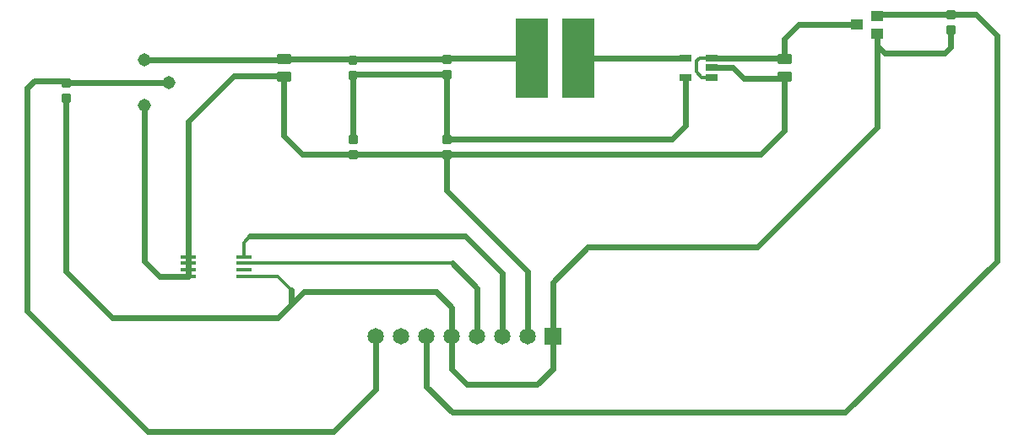
<source format=gbr>
G04 EAGLE Gerber RS-274X export*
G75*
%MOMM*%
%FSLAX34Y34*%
%LPD*%
%INBottom Copper*%
%IPPOS*%
%AMOC8*
5,1,8,0,0,1.08239X$1,22.5*%
G01*
%ADD10C,0.254000*%
%ADD11C,0.222250*%
%ADD12R,1.651000X1.651000*%
%ADD13C,1.651000*%
%ADD14R,3.300000X8.000000*%
%ADD15R,1.143000X1.016000*%
%ADD16R,1.500000X0.300000*%
%ADD17R,1.200000X0.690000*%
%ADD18C,1.308000*%
%ADD19C,0.609600*%
%ADD20C,0.304800*%


D10*
X740385Y490380D02*
X740385Y498000D01*
X751815Y498000D01*
X751815Y490380D01*
X740385Y490380D01*
X740385Y492793D02*
X751815Y492793D01*
X751815Y495206D02*
X740385Y495206D01*
X740385Y497619D02*
X751815Y497619D01*
X740385Y480220D02*
X740385Y472600D01*
X740385Y480220D02*
X751815Y480220D01*
X751815Y472600D01*
X740385Y472600D01*
X740385Y475013D02*
X751815Y475013D01*
X751815Y477426D02*
X740385Y477426D01*
X740385Y479839D02*
X751815Y479839D01*
D11*
X316334Y481314D02*
X316334Y474646D01*
X309666Y474646D01*
X309666Y481314D01*
X316334Y481314D01*
X316334Y476758D02*
X309666Y476758D01*
X309666Y478870D02*
X316334Y478870D01*
X316334Y480982D02*
X309666Y480982D01*
X316334Y489886D02*
X316334Y496554D01*
X316334Y489886D02*
X309666Y489886D01*
X309666Y496554D01*
X316334Y496554D01*
X316334Y491998D02*
X309666Y491998D01*
X309666Y494110D02*
X316334Y494110D01*
X316334Y496222D02*
X309666Y496222D01*
X316534Y402014D02*
X316534Y395346D01*
X309866Y395346D01*
X309866Y402014D01*
X316534Y402014D01*
X316534Y397458D02*
X309866Y397458D01*
X309866Y399570D02*
X316534Y399570D01*
X316534Y401682D02*
X309866Y401682D01*
X316534Y410586D02*
X316534Y417254D01*
X316534Y410586D02*
X309866Y410586D01*
X309866Y417254D01*
X316534Y417254D01*
X316534Y412698D02*
X309866Y412698D01*
X309866Y414810D02*
X316534Y414810D01*
X316534Y416922D02*
X309866Y416922D01*
D10*
X249715Y473000D02*
X249715Y480620D01*
X249715Y473000D02*
X238285Y473000D01*
X238285Y480620D01*
X249715Y480620D01*
X249715Y475413D02*
X238285Y475413D01*
X238285Y477826D02*
X249715Y477826D01*
X249715Y480239D02*
X238285Y480239D01*
X249715Y490780D02*
X249715Y498400D01*
X249715Y490780D02*
X238285Y490780D01*
X238285Y498400D01*
X249715Y498400D01*
X249715Y493193D02*
X238285Y493193D01*
X238285Y495606D02*
X249715Y495606D01*
X249715Y498019D02*
X238285Y498019D01*
D12*
X513900Y215100D03*
D13*
X488500Y215100D03*
X463100Y215100D03*
X437700Y215100D03*
X412300Y215100D03*
X386900Y215100D03*
X361500Y215100D03*
X336100Y215100D03*
D14*
X539600Y494700D03*
X492600Y494700D03*
D15*
X819040Y528400D03*
X839360Y519510D03*
X839360Y537290D03*
D11*
X909366Y535386D02*
X909366Y542054D01*
X916034Y542054D01*
X916034Y535386D01*
X909366Y535386D01*
X909366Y537498D02*
X916034Y537498D01*
X916034Y539610D02*
X909366Y539610D01*
X909366Y541722D02*
X916034Y541722D01*
X909366Y526814D02*
X909366Y520146D01*
X909366Y526814D02*
X916034Y526814D01*
X916034Y520146D01*
X909366Y520146D01*
X909366Y522258D02*
X916034Y522258D01*
X916034Y524370D02*
X909366Y524370D01*
X909366Y526482D02*
X916034Y526482D01*
X403766Y497054D02*
X403766Y490386D01*
X403766Y497054D02*
X410434Y497054D01*
X410434Y490386D01*
X403766Y490386D01*
X403766Y492498D02*
X410434Y492498D01*
X410434Y494610D02*
X403766Y494610D01*
X403766Y496722D02*
X410434Y496722D01*
X403766Y481814D02*
X403766Y475146D01*
X403766Y481814D02*
X410434Y481814D01*
X410434Y475146D01*
X403766Y475146D01*
X403766Y477258D02*
X410434Y477258D01*
X410434Y479370D02*
X403766Y479370D01*
X403766Y481482D02*
X410434Y481482D01*
X403866Y417054D02*
X403866Y410386D01*
X403866Y417054D02*
X410534Y417054D01*
X410534Y410386D01*
X403866Y410386D01*
X403866Y412498D02*
X410534Y412498D01*
X410534Y414610D02*
X403866Y414610D01*
X403866Y416722D02*
X410534Y416722D01*
X403866Y401814D02*
X403866Y395146D01*
X403866Y401814D02*
X410534Y401814D01*
X410534Y395146D01*
X403866Y395146D01*
X403866Y397258D02*
X410534Y397258D01*
X410534Y399370D02*
X403866Y399370D01*
X403866Y401482D02*
X410534Y401482D01*
X21966Y467386D02*
X21966Y474054D01*
X28634Y474054D01*
X28634Y467386D01*
X21966Y467386D01*
X21966Y469498D02*
X28634Y469498D01*
X28634Y471610D02*
X21966Y471610D01*
X21966Y473722D02*
X28634Y473722D01*
X21966Y458814D02*
X21966Y452146D01*
X21966Y458814D02*
X28634Y458814D01*
X28634Y452146D01*
X21966Y452146D01*
X21966Y454258D02*
X28634Y454258D01*
X28634Y456370D02*
X21966Y456370D01*
X21966Y458482D02*
X28634Y458482D01*
D16*
X148300Y275900D03*
X148300Y282400D03*
X148300Y288900D03*
X148300Y295400D03*
X203800Y275900D03*
X203800Y282400D03*
X203800Y288900D03*
X203800Y295400D03*
D17*
X672901Y494800D03*
X672901Y485300D03*
X672901Y475800D03*
X646899Y475800D03*
X646899Y494800D03*
D18*
X128580Y470600D03*
X104450Y493460D03*
X104450Y447740D03*
D19*
X912700Y505700D02*
X912700Y523480D01*
X912700Y505700D02*
X907000Y500000D01*
X839360Y507640D02*
X839360Y519510D01*
X847000Y500000D02*
X907000Y500000D01*
X847000Y500000D02*
X839360Y507640D01*
X25300Y455480D02*
X25300Y280700D01*
X238000Y234000D02*
X252000Y248000D01*
X252000Y262000D01*
D20*
X238000Y276000D01*
X203900Y276000D01*
D19*
X72000Y234000D02*
X25300Y280700D01*
X72000Y234000D02*
X238000Y234000D01*
X839360Y425360D02*
X839360Y519510D01*
X839360Y425360D02*
X719000Y305000D01*
X549000Y305000D01*
X513900Y269900D01*
X513900Y215100D01*
X513900Y182900D01*
X498000Y167000D02*
X428000Y167000D01*
X412300Y182700D01*
X412300Y215100D01*
X498000Y167000D02*
X513900Y182900D01*
X412300Y215100D02*
X412300Y244700D01*
X397000Y260000D01*
X264000Y260000D01*
X252000Y248000D01*
X408080Y494700D02*
X492600Y494700D01*
X408080Y494700D02*
X407100Y493720D01*
X313500Y493720D01*
X313000Y493220D01*
X244870Y493720D02*
X244000Y494590D01*
X244870Y493720D02*
X313500Y493720D01*
X244610Y493460D02*
X104450Y493460D01*
X244610Y493460D02*
X244870Y493720D01*
X313400Y398480D02*
X407200Y398480D01*
X313400Y398480D02*
X313200Y398680D01*
X244000Y417000D02*
X244000Y476810D01*
X262520Y398480D02*
X313400Y398480D01*
X262520Y398480D02*
X244000Y417000D01*
X148300Y275900D02*
X119100Y275900D01*
X104450Y290550D02*
X104450Y447740D01*
X104450Y290550D02*
X119100Y275900D01*
X148300Y275900D02*
X148300Y282400D01*
X148300Y288900D01*
X148300Y295400D01*
X148300Y431300D01*
X193810Y476810D02*
X244000Y476810D01*
X193810Y476810D02*
X148300Y431300D01*
X672901Y485300D02*
X694700Y485300D01*
X705000Y475000D01*
X744690Y475000D01*
X746100Y476410D01*
X746100Y422100D01*
X722480Y398480D01*
X408000Y398480D01*
X407200Y398480D01*
X488500Y280500D02*
X488500Y215100D01*
X488500Y280500D02*
X407000Y362000D01*
X407000Y397480D01*
X408000Y398480D01*
X746100Y494190D02*
X746100Y514100D01*
X760400Y528400D02*
X819040Y528400D01*
X760400Y528400D02*
X746100Y514100D01*
X745490Y494800D02*
X746100Y494190D01*
X745490Y494800D02*
X672901Y494800D01*
D20*
X672901Y475800D02*
X663200Y475800D01*
X658000Y481000D01*
X658000Y492000D01*
X661000Y495000D01*
X672701Y495000D01*
X672901Y494800D01*
D19*
X646899Y494800D02*
X539700Y494800D01*
X539600Y494700D01*
X407200Y478380D02*
X407200Y413720D01*
X407200Y478380D02*
X407100Y478480D01*
X407200Y413720D02*
X633720Y413720D01*
X647000Y427000D01*
X647000Y475699D01*
X646899Y475800D01*
X407100Y478480D02*
X313500Y478480D01*
X313000Y477980D01*
X313000Y414120D01*
X313200Y413920D01*
X437700Y264100D02*
X437700Y215100D01*
X437700Y264100D02*
X412900Y288900D01*
D20*
X203800Y288900D01*
X203800Y295400D02*
X203800Y309800D01*
X210000Y316000D01*
D19*
X426000Y316000D01*
X463100Y278900D02*
X463100Y215100D01*
X463100Y278900D02*
X426000Y316000D01*
X128580Y470600D02*
X128460Y470720D01*
X29000Y470720D01*
X25300Y470720D01*
X336100Y215100D02*
X336100Y162100D01*
X294000Y120000D02*
X108000Y120000D01*
X-13000Y241000D01*
X-13000Y465000D02*
X-6000Y472000D01*
X27720Y472000D01*
X29000Y470720D01*
X336100Y162100D02*
X294000Y120000D01*
X-13000Y241000D02*
X-13000Y465000D01*
X840790Y538720D02*
X912700Y538720D01*
X840790Y538720D02*
X839360Y537290D01*
X912700Y538720D02*
X938280Y538720D01*
X959000Y518000D01*
X959000Y291000D01*
X807000Y139000D02*
X413000Y139000D01*
X386900Y165100D01*
X386900Y215100D01*
X807000Y139000D02*
X959000Y291000D01*
M02*

</source>
